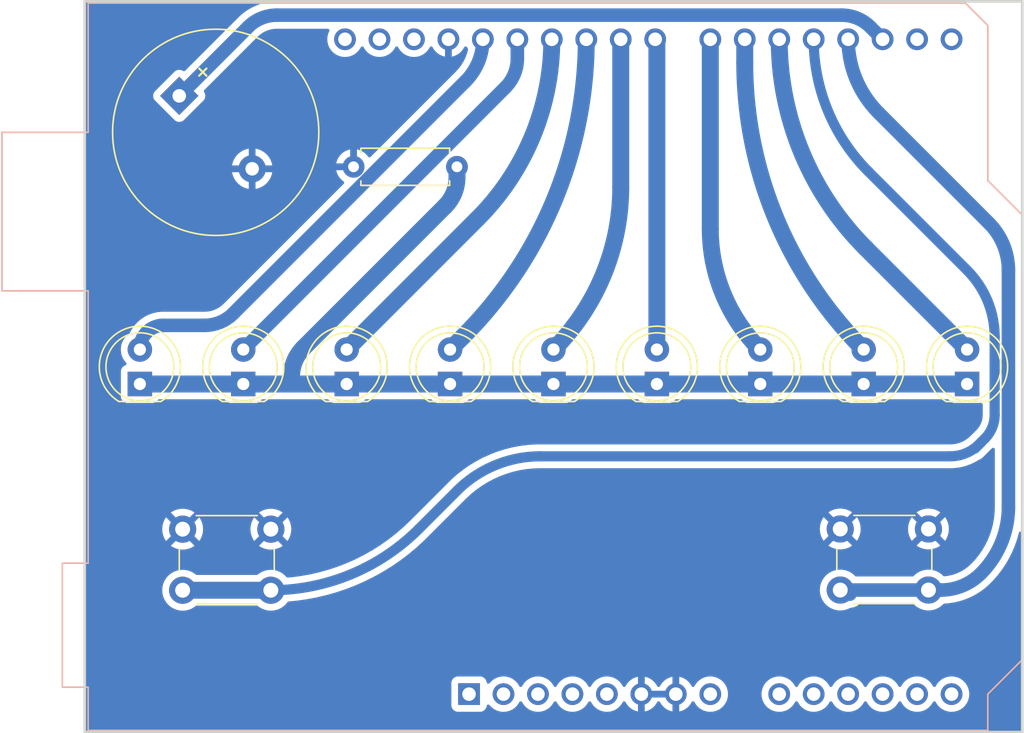
<source format=kicad_pcb>
(kicad_pcb (version 20221018) (generator pcbnew)
  (title_block (title "Arduino LED Pong!") (date "2023-12-18") (rev "1.0") (company "LUCAS MARTIN TRESER") (comment 1 "https://www.tinkercad.com/things/hl14mxpcupM-arduino-led-pong"))
  (layers (0 "F.Cu" signal) (31 "B.Cu" signal) (34 "B.Paste" user) (35 "F.Paste" user) (36 "B.SilkS" user "B.Silkscreen") (37 "F.SilkS" user "F.Silkscreen") (38 "B.Mask" user) (39 "F.Mask" user) (44 "Edge.Cuts" user))
  (net 0 "")
  (net 5 "VDD")
  (net 6 "GND")
  (net 16 "Net-(A1-D2)")
  (net 17 "Net-(A1-D3)")
  (net 18 "Net-(A1-D4)")
  (net 19 "/D5")
  (net 20 "/D6")
  (net 21 "/D7")
  (net 22 "/D8")
  (net 23 "/D9")
  (net 24 "/D10")
  (net 25 "/D11")
  (net 26 "/D12")
  (net 27 "/D13")
  (net 31 "Net-(D1-K)")
  (footprint "LED_THT:LED_D5.0mm" (layer "F.Cu") (at 122.936 96.271 90)
    (fp_text reference "D7" hide)
    (fp_text value "LED" hide)
    (fp_line (start -1.29 -1.545) (end -1.29 1.545) (stroke (width 0.12)) (layer "F.SilkS"))
    (fp_arc (start -1.29 -1.54483) (mid 2.072002 -2.880433) (end 4.26 0.000462) (stroke (width 0.12)) (layer "F.SilkS"))
    (fp_arc (start 4.26 -0.000462) (mid 2.072002 2.880433) (end -1.29 1.54483) (stroke (width 0.12)) (layer "F.SilkS"))
    (fp_circle (center 1.27 0) (end 3.77 0) (stroke (width 0.12)) (fill none) (layer "F.SilkS"))
    (pad "1" thru_hole rect (at 0 0 90) (size 1.8 1.8) (drill 0.9) (layers "*.Cu" "*.Mask") (net 31 "Net-(D1-K)"))
    (pad "2" thru_hole circle (at 2.54 0 90) (size 1.8 1.8) (drill 0.9) (layers "*.Cu" "*.Mask") (net 25 "/D11"))
  )
  (footprint "LED_THT:LED_D5.0mm" (layer "F.Cu") (at 138.176 96.271 90)
    (fp_text reference "D5" hide)
    (fp_text value "LED" hide)
    (fp_line (start -1.29 -1.545) (end -1.29 1.545) (stroke (width 0.12)) (layer "F.SilkS"))
    (fp_arc (start -1.29 -1.54483) (mid 2.072002 -2.880433) (end 4.26 0.000462) (stroke (width 0.12)) (layer "F.SilkS"))
    (fp_arc (start 4.26 -0.000462) (mid 2.072002 2.880433) (end -1.29 1.54483) (stroke (width 0.12)) (layer "F.SilkS"))
    (fp_circle (center 1.27 0) (end 3.77 0) (stroke (width 0.12)) (fill none) (layer "F.SilkS"))
    (pad "1" thru_hole rect (at 0 0 90) (size 1.8 1.8) (drill 0.9) (layers "*.Cu" "*.Mask") (net 31 "Net-(D1-K)"))
    (pad "2" thru_hole circle (at 2.54 0 90) (size 1.8 1.8) (drill 0.9) (layers "*.Cu" "*.Mask") (net 23 "/D9"))
  )
  (footprint "LED_THT:LED_D5.0mm" (layer "F.Cu") (at 168.656 96.271 90)
    (fp_text reference "D1" hide)
    (fp_text value "LED" hide)
    (fp_line (start -1.29 -1.545) (end -1.29 1.545) (stroke (width 0.12)) (layer "F.SilkS"))
    (fp_arc (start -1.29 -1.54483) (mid 2.072002 -2.880433) (end 4.26 0.000462) (stroke (width 0.12)) (layer "F.SilkS"))
    (fp_arc (start 4.26 -0.000462) (mid 2.072002 2.880433) (end -1.29 1.54483) (stroke (width 0.12)) (layer "F.SilkS"))
    (fp_circle (center 1.27 0) (end 3.77 0) (stroke (width 0.12)) (fill none) (layer "F.SilkS"))
    (pad "1" thru_hole rect (at 0 0 90) (size 1.8 1.8) (drill 0.9) (layers "*.Cu" "*.Mask") (net 31 "Net-(D1-K)"))
    (pad "2" thru_hole circle (at 2.54 0 90) (size 1.8 1.8) (drill 0.9) (layers "*.Cu" "*.Mask") (net 19 "/D5"))
  )
  (footprint "LED_THT:LED_D5.0mm" (layer "F.Cu") (at 153.416 96.271 90)
    (fp_text reference "D3" hide)
    (fp_text value "LED" hide)
    (fp_line (start -1.29 -1.545) (end -1.29 1.545) (stroke (width 0.12)) (layer "F.SilkS"))
    (fp_arc (start -1.29 -1.54483) (mid 2.072002 -2.880433) (end 4.26 0.000462) (stroke (width 0.12)) (layer "F.SilkS"))
    (fp_arc (start 4.26 -0.000462) (mid 2.072002 2.880433) (end -1.29 1.54483) (stroke (width 0.12)) (layer "F.SilkS"))
    (fp_circle (center 1.27 0) (end 3.77 0) (stroke (width 0.12)) (fill none) (layer "F.SilkS"))
    (pad "1" thru_hole rect (at 0 0 90) (size 1.8 1.8) (drill 0.9) (layers "*.Cu" "*.Mask") (net 31 "Net-(D1-K)"))
    (pad "2" thru_hole circle (at 2.54 0 90) (size 1.8 1.8) (drill 0.9) (layers "*.Cu" "*.Mask") (net 21 "/D7"))
  )
  (footprint "LED_THT:LED_D5.0mm" (layer "F.Cu") (at 130.556 96.271 90)
    (fp_text reference "D6" hide)
    (fp_text value "LED" hide)
    (fp_line (start -1.29 -1.545) (end -1.29 1.545) (stroke (width 0.12)) (layer "F.SilkS"))
    (fp_arc (start -1.29 -1.54483) (mid 2.072002 -2.880433) (end 4.26 0.000462) (stroke (width 0.12)) (layer "F.SilkS"))
    (fp_arc (start 4.26 -0.000462) (mid 2.072002 2.880433) (end -1.29 1.54483) (stroke (width 0.12)) (layer "F.SilkS"))
    (fp_circle (center 1.27 0) (end 3.77 0) (stroke (width 0.12)) (fill none) (layer "F.SilkS"))
    (pad "1" thru_hole rect (at 0 0 90) (size 1.8 1.8) (drill 0.9) (layers "*.Cu" "*.Mask") (net 31 "Net-(D1-K)"))
    (pad "2" thru_hole circle (at 2.54 0 90) (size 1.8 1.8) (drill 0.9) (layers "*.Cu" "*.Mask") (net 24 "/D10"))
  )
  (footprint "LED_THT:LED_D5.0mm" (layer "F.Cu") (at 107.696 96.271 90)
    (fp_text reference "D9" hide)
    (fp_text value "LED" hide)
    (fp_line (start -1.29 -1.545) (end -1.29 1.545) (stroke (width 0.12)) (layer "F.SilkS"))
    (fp_arc (start -1.29 -1.54483) (mid 2.072002 -2.880433) (end 4.26 0.000462) (stroke (width 0.12)) (layer "F.SilkS"))
    (fp_arc (start 4.26 -0.000462) (mid 2.072002 2.880433) (end -1.29 1.54483) (stroke (width 0.12)) (layer "F.SilkS"))
    (fp_circle (center 1.27 0) (end 3.77 0) (stroke (width 0.12)) (fill none) (layer "F.SilkS"))
    (pad "1" thru_hole rect (at 0 0 90) (size 1.8 1.8) (drill 0.9) (layers "*.Cu" "*.Mask") (net 31 "Net-(D1-K)"))
    (pad "2" thru_hole circle (at 2.54 0 90) (size 1.8 1.8) (drill 0.9) (layers "*.Cu" "*.Mask") (net 27 "/D13"))
  )
  (footprint "Button_Switch_THT:SW_PUSH_6mm" (layer "F.Cu") (at 110.848 106.97)
    (fp_text reference "SW2" hide)
    (fp_text value "SW_Push" hide)
    (fp_line (start -0.25 1.5) (end -0.25 3) (stroke (width 0.12)) (layer "F.SilkS"))
    (fp_line (start 1 5.5) (end 5.5 5.5) (stroke (width 0.12)) (layer "F.SilkS"))
    (fp_line (start 5.5 -1) (end 1 -1) (stroke (width 0.12)) (layer "F.SilkS"))
    (fp_line (start 6.75 3) (end 6.75 1.5) (stroke (width 0.12)) (layer "F.SilkS"))
    (pad "1" thru_hole circle (at 0 0 90) (size 2 2) (drill 1.1) (layers "*.Cu" "*.Mask") (net 6 "GND"))
    (pad "1" thru_hole circle (at 6.5 0 90) (size 2 2) (drill 1.1) (layers "*.Cu" "*.Mask") (net 6 "GND"))
    (pad "2" thru_hole circle (at 0 4.5 90) (size 2 2) (drill 1.1) (layers "*.Cu" "*.Mask") (net 18 "Net-(A1-D4)"))
    (pad "2" thru_hole circle (at 6.5 4.5 90) (size 2 2) (drill 1.1) (layers "*.Cu" "*.Mask") (net 18 "Net-(A1-D4)"))
  )
  (footprint "LED_THT:LED_D5.0mm" (layer "F.Cu") (at 145.796 96.271 90)
    (fp_text reference "D4" hide)
    (fp_text value "LED" hide)
    (fp_line (start -1.29 -1.545) (end -1.29 1.545) (stroke (width 0.12)) (layer "F.SilkS"))
    (fp_arc (start -1.29 -1.54483) (mid 2.072002 -2.880433) (end 4.26 0.000462) (stroke (width 0.12)) (layer "F.SilkS"))
    (fp_arc (start 4.26 -0.000462) (mid 2.072002 2.880433) (end -1.29 1.54483) (stroke (width 0.12)) (layer "F.SilkS"))
    (fp_circle (center 1.27 0) (end 3.77 0) (stroke (width 0.12)) (fill none) (layer "F.SilkS"))
    (pad "1" thru_hole rect (at 0 0 90) (size 1.8 1.8) (drill 0.9) (layers "*.Cu" "*.Mask") (net 31 "Net-(D1-K)"))
    (pad "2" thru_hole circle (at 2.54 0 90) (size 1.8 1.8) (drill 0.9) (layers "*.Cu" "*.Mask") (net 22 "/D8"))
  )
  (footprint "Resistor_THT:R_Axial_DIN0207_L6.3mm_D2.5mm_P7.62mm_Horizontal" (layer "F.Cu") (at 131.064 80.264 180)
    (fp_text reference "R1" hide)
    (fp_text value "100" hide)
    (fp_line (start 0.54 -1.37) (end 7.08 -1.37) (stroke (width 0.12)) (layer "F.SilkS"))
    (fp_line (start 0.54 -1.04) (end 0.54 -1.37) (stroke (width 0.12)) (layer "F.SilkS"))
    (fp_line (start 0.54 1.04) (end 0.54 1.37) (stroke (width 0.12)) (layer "F.SilkS"))
    (fp_line (start 0.54 1.37) (end 7.08 1.37) (stroke (width 0.12)) (layer "F.SilkS"))
    (fp_line (start 7.08 -1.37) (end 7.08 -1.04) (stroke (width 0.12)) (layer "F.SilkS"))
    (fp_line (start 7.08 1.37) (end 7.08 1.04) (stroke (width 0.12)) (layer "F.SilkS"))
    (pad "1" thru_hole circle (at 0 0 180) (size 1.6 1.6) (drill 0.8) (layers "*.Cu" "*.Mask") (net 31 "Net-(D1-K)"))
    (pad "2" thru_hole oval (at 7.62 0 180) (size 1.6 1.6) (drill 0.8) (layers "*.Cu" "*.Mask") (net 6 "GND"))
  )
  (footprint "LED_THT:LED_D5.0mm" (layer "F.Cu") (at 115.316 96.271 90)
    (fp_text reference "D8" hide)
    (fp_text value "LED" hide)
    (fp_line (start -1.29 -1.545) (end -1.29 1.545) (stroke (width 0.12)) (layer "F.SilkS"))
    (fp_arc (start -1.29 -1.54483) (mid 2.072002 -2.880433) (end 4.26 0.000462) (stroke (width 0.12)) (layer "F.SilkS"))
    (fp_arc (start 4.26 -0.000462) (mid 2.072002 2.880433) (end -1.29 1.54483) (stroke (width 0.12)) (layer "F.SilkS"))
    (fp_circle (center 1.27 0) (end 3.77 0) (stroke (width 0.12)) (fill none) (layer "F.SilkS"))
    (pad "1" thru_hole rect (at 0 0 90) (size 1.8 1.8) (drill 0.9) (layers "*.Cu" "*.Mask") (net 31 "Net-(D1-K)"))
    (pad "2" thru_hole circle (at 2.54 0 90) (size 1.8 1.8) (drill 0.9) (layers "*.Cu" "*.Mask") (net 26 "/D12"))
  )
  (footprint "Button_Switch_THT:SW_PUSH_6mm" (layer "F.Cu") (at 159.31 106.9552)
    (fp_text reference "SW1" hide)
    (fp_text value "SW_Push" hide)
    (fp_line (start -0.25 1.5) (end -0.25 3) (stroke (width 0.12)) (layer "F.SilkS"))
    (fp_line (start 1 5.5) (end 5.5 5.5) (stroke (width 0.12)) (layer "F.SilkS"))
    (fp_line (start 5.5 -1) (end 1 -1) (stroke (width 0.12)) (layer "F.SilkS"))
    (fp_line (start 6.75 3) (end 6.75 1.5) (stroke (width 0.12)) (layer "F.SilkS"))
    (pad "1" thru_hole circle (at 0 0 90) (size 2 2) (drill 1.1) (layers "*.Cu" "*.Mask") (net 6 "GND"))
    (pad "1" thru_hole circle (at 6.5 0 90) (size 2 2) (drill 1.1) (layers "*.Cu" "*.Mask") (net 6 "GND"))
    (pad "2" thru_hole circle (at 0 4.5 90) (size 2 2) (drill 1.1) (layers "*.Cu" "*.Mask") (net 17 "Net-(A1-D3)"))
    (pad "2" thru_hole circle (at 6.5 4.5 90) (size 2 2) (drill 1.1) (layers "*.Cu" "*.Mask") (net 17 "Net-(A1-D3)"))
  )
  (footprint "LED_THT:LED_D5.0mm" (layer "F.Cu") (at 161.036 96.271 90)
    (fp_text reference "D2" hide)
    (fp_text value "LED" hide)
    (fp_line (start -1.29 -1.545) (end -1.29 1.545) (stroke (width 0.12)) (layer "F.SilkS"))
    (fp_arc (start -1.29 -1.54483) (mid 2.072002 -2.880433) (end 4.26 0.000462) (stroke (width 0.12)) (layer "F.SilkS"))
    (fp_arc (start 4.26 -0.000462) (mid 2.072002 2.880433) (end -1.29 1.54483) (stroke (width 0.12)) (layer "F.SilkS"))
    (fp_circle (center 1.27 0) (end 3.77 0) (stroke (width 0.12)) (fill none) (layer "F.SilkS"))
    (pad "1" thru_hole rect (at 0 0 90) (size 1.8 1.8) (drill 0.9) (layers "*.Cu" "*.Mask") (net 31 "Net-(D1-K)"))
    (pad "2" thru_hole circle (at 2.54 0 90) (size 1.8 1.8) (drill 0.9) (layers "*.Cu" "*.Mask") (net 20 "/D6"))
  )
  (footprint "Buzzer_Beeper:Buzzer_15x7.5RM7.6" (layer "F.Cu") (at 110.596994 75.036994 -45)
    (fp_text reference "BZ1" hide)
    (fp_text value "Buzzer" hide)
    (fp_text user "+" (at -0.01 -2.54 135) (layer "F.SilkS"))
    (fp_circle (center 3.8 0) (end 11.4 0) (stroke (width 0.12)) (fill none) (layer "F.SilkS"))
    (pad "1" thru_hole rect (at 0 0 315) (size 2 2) (drill 1) (layers "*.Cu" "*.Mask") (net 16 "Net-(A1-D2)"))
    (pad "2" thru_hole circle (at 7.6 0 315) (size 2 2) (drill 1) (layers "*.Cu" "*.Mask") (net 6 "GND"))
  )
  (footprint "Module:Arduino_UNO_R3" (layer "B.Cu") (at 131.953 119.126)
    (fp_text reference "A1" hide)
    (fp_text value "Arduino UNO" hide)
    (fp_line (start -34.42 -41.4) (end -28.07 -41.4) (stroke (width 0.12)) (layer "B.SilkS"))
    (fp_line (start -34.42 -29.72) (end -34.42 -41.4) (stroke (width 0.12)) (layer "B.SilkS"))
    (fp_line (start -29.97 -9.65) (end -28.07 -9.65) (stroke (width 0.12)) (layer "B.SilkS"))
    (fp_line (start -29.97 -0.51) (end -29.97 -9.65) (stroke (width 0.12)) (layer "B.SilkS"))
    (fp_line (start -28.07 -50.93) (end 36.58 -50.93) (stroke (width 0.12)) (layer "B.SilkS"))
    (fp_line (start -28.07 -41.4) (end -28.07 -50.93) (stroke (width 0.12)) (layer "B.SilkS"))
    (fp_line (start -28.07 -29.72) (end -34.42 -29.72) (stroke (width 0.12)) (layer "B.SilkS"))
    (fp_line (start -28.07 -9.65) (end -28.07 -29.72) (stroke (width 0.12)) (layer "B.SilkS"))
    (fp_line (start -28.07 -0.51) (end -29.97 -0.51) (stroke (width 0.12)) (layer "B.SilkS"))
    (fp_line (start -28.07 2.67) (end -28.07 -0.51) (stroke (width 0.12)) (layer "B.SilkS"))
    (fp_line (start 36.58 -50.93) (end 38.23 -49.28) (stroke (width 0.12)) (layer "B.SilkS"))
    (fp_line (start 38.23 -49.28) (end 38.23 -37.85) (stroke (width 0.12)) (layer "B.SilkS"))
    (fp_line (start 38.23 -37.85) (end 40.77 -35.31) (stroke (width 0.12)) (layer "B.SilkS"))
    (fp_line (start 38.23 0) (end 38.23 2.67) (stroke (width 0.12)) (layer "B.SilkS"))
    (fp_line (start 38.23 2.67) (end -28.07 2.67) (stroke (width 0.12)) (layer "B.SilkS"))
    (fp_line (start 40.77 -35.31) (end 40.77 -2.54) (stroke (width 0.12)) (layer "B.SilkS"))
    (fp_line (start 40.77 -2.54) (end 38.23 0) (stroke (width 0.12)) (layer "B.SilkS"))
    (pad "1" thru_hole rect (at 0 0 270) (size 1.6 1.6) (drill 1) (layers "*.Cu" "*.Mask"))
    (pad "2" thru_hole oval (at 2.54 0 270) (size 1.6 1.6) (drill 1) (layers "*.Cu" "*.Mask"))
    (pad "3" thru_hole oval (at 5.08 0 270) (size 1.6 1.6) (drill 1) (layers "*.Cu" "*.Mask"))
    (pad "4" thru_hole oval (at 7.62 0 270) (size 1.6 1.6) (drill 1) (layers "*.Cu" "*.Mask"))
    (pad "5" thru_hole oval (at 10.16 0 270) (size 1.6 1.6) (drill 1) (layers "*.Cu" "*.Mask") (net 5 "VDD"))
    (pad "6" thru_hole oval (at 12.7 0 270) (size 1.6 1.6) (drill 1) (layers "*.Cu" "*.Mask") (net 6 "GND"))
    (pad "7" thru_hole oval (at 15.24 0 270) (size 1.6 1.6) (drill 1) (layers "*.Cu" "*.Mask") (net 6 "GND"))
    (pad "8" thru_hole oval (at 17.78 0 270) (size 1.6 1.6) (drill 1) (layers "*.Cu" "*.Mask"))
    (pad "9" thru_hole oval (at 22.86 0 270) (size 1.6 1.6) (drill 1) (layers "*.Cu" "*.Mask"))
    (pad "10" thru_hole oval (at 25.4 0 270) (size 1.6 1.6) (drill 1) (layers "*.Cu" "*.Mask"))
    (pad "11" thru_hole oval (at 27.94 0 270) (size 1.6 1.6) (drill 1) (layers "*.Cu" "*.Mask"))
    (pad "12" thru_hole oval (at 30.48 0 270) (size 1.6 1.6) (drill 1) (layers "*.Cu" "*.Mask"))
    (pad "13" thru_hole oval (at 33.02 0 270) (size 1.6 1.6) (drill 1) (layers "*.Cu" "*.Mask"))
    (pad "14" thru_hole oval (at 35.56 0 270) (size 1.6 1.6) (drill 1) (layers "*.Cu" "*.Mask"))
    (pad "15" thru_hole oval (at 35.56 -48.26 270) (size 1.6 1.6) (drill 1) (layers "*.Cu" "*.Mask"))
    (pad "16" thru_hole oval (at 33.02 -48.26 270) (size 1.6 1.6) (drill 1) (layers "*.Cu" "*.Mask"))
    (pad "17" thru_hole oval (at 30.48 -48.26 270) (size 1.6 1.6) (drill 1) (layers "*.Cu" "*.Mask") (net 16 "Net-(A1-D2)"))
    (pad "18" thru_hole oval (at 27.94 -48.26 270) (size 1.6 1.6) (drill 1) (layers "*.Cu" "*.Mask") (net 17 "Net-(A1-D3)"))
    (pad "19" thru_hole oval (at 25.4 -48.26 270) (size 1.6 1.6) (drill 1) (layers "*.Cu" "*.Mask") (net 18 "Net-(A1-D4)"))
    (pad "20" thru_hole oval (at 22.86 -48.26 270) (size 1.6 1.6) (drill 1) (layers "*.Cu" "*.Mask") (net 19 "/D5"))
    (pad "21" thru_hole oval (at 20.32 -48.26 270) (size 1.6 1.6) (drill 1) (layers "*.Cu" "*.Mask") (net 20 "/D6"))
    (pad "22" thru_hole oval (at 17.78 -48.26 270) (size 1.6 1.6) (drill 1) (layers "*.Cu" "*.Mask") (net 21 "/D7"))
    (pad "23" thru_hole oval (at 13.72 -48.26 270) (size 1.6 1.6) (drill 1) (layers "*.Cu" "*.Mask") (net 22 "/D8"))
    (pad "24" thru_hole oval (at 11.18 -48.26 270) (size 1.6 1.6) (drill 1) (layers "*.Cu" "*.Mask") (net 23 "/D9"))
    (pad "25" thru_hole oval (at 8.64 -48.26 270) (size 1.6 1.6) (drill 1) (layers "*.Cu" "*.Mask") (net 24 "/D10"))
    (pad "26" thru_hole oval (at 6.1 -48.26 270) (size 1.6 1.6) (drill 1) (layers "*.Cu" "*.Mask") (net 25 "/D11"))
    (pad "27" thru_hole oval (at 3.56 -48.26 270) (size 1.6 1.6) (drill 1) (layers "*.Cu" "*.Mask") (net 26 "/D12"))
    (pad "28" thru_hole oval (at 1.02 -48.26 270) (size 1.6 1.6) (drill 1) (layers "*.Cu" "*.Mask") (net 27 "/D13"))
    (pad "29" thru_hole oval (at -1.52 -48.26 270) (size 1.6 1.6) (drill 1) (layers "*.Cu" "*.Mask") (net 6 "GND"))
    (pad "30" thru_hole oval (at -4.06 -48.26 270) (size 1.6 1.6) (drill 1) (layers "*.Cu" "*.Mask"))
    (pad "31" thru_hole oval (at -6.6 -48.26 270) (size 1.6 1.6) (drill 1) (layers "*.Cu" "*.Mask"))
    (pad "32" thru_hole oval (at -9.14 -48.26 270) (size 1.6 1.6) (drill 1) (layers "*.Cu" "*.Mask"))
  )
  (gr_rect (start 103.632 68.072) (end 172.72 121.92) (stroke (width 0.2)) (fill none) (layer "Edge.Cuts"))
  (segment (start 159.412359 69.088) (end 117.788629 69.088) (width 1) (layer "B.Cu") (net 16))
  (segment (start 115.667308 69.96668) (end 110.596994 75.036994) (width 1) (layer "B.Cu") (net 16))
  (segment (start 162.433 70.866) (end 161.533679 69.966679) (width 1) (layer "B.Cu") (net 16))
  (arc (start 117.788629 69.088) (mid 116.64058 69.316359) (end 115.667308 69.96668) (width 1) (layer "B.Cu") (net 16))
  (arc (start 159.412359 69.088) (mid 160.560409 69.316361) (end 161.533679 69.966679) (width 1) (layer "B.Cu") (net 16))
  (segment (start 159.31 111.4552) (end 159.7152 111.4552) (width 1) (layer "B.Cu") (net 17))
  (segment (start 159.31 111.4552) (end 165.81 111.4552) (width 1) (layer "B.Cu") (net 17))
  (segment (start 165.81 111.4552) (end 166.728591 111.4552) (width 1) (layer "B.Cu") (net 17))
  (segment (start 171.704 105.330319) (end 171.704 87.884) (width 1) (layer "B.Cu") (net 17))
  (segment (start 159.7152 111.4552) (end 160.02 111.76) (width 1) (layer "B.Cu") (net 17))
  (segment (start 162.138064 76.286064) (end 170.267158 84.415158) (width 1) (layer "B.Cu") (net 17))
  (arc (start 170.267158 84.415158) (mid 171.330576 86.006675) (end 171.704 87.884) (width 1) (layer "B.Cu") (net 17))
  (arc (start 169.672 110.236) (mid 171.1759 107.985254) (end 171.704 105.330319) (width 1) (layer "B.Cu") (net 17))
  (arc (start 159.893 70.866) (mid 160.476473 73.799317) (end 162.138064 76.286064) (width 1) (layer "B.Cu") (net 17))
  (arc (start 166.728591 111.4552) (mid 168.321552 111.138341) (end 169.672 110.236) (width 1) (layer "B.Cu") (net 17))
  (segment (start 169.672 100.584) (end 169.242754 101.013246) (width 0.75) (layer "B.Cu") (net 18))
  (segment (start 128.249584 106.954416) (end 131.064 104.14) (width 0.75) (layer "B.Cu") (net 18))
  (segment (start 170.688 92.789681) (end 170.688 98.552) (width 0.75) (layer "B.Cu") (net 18))
  (segment (start 169.96958 100.286421) (end 169.672 100.584) (width 0.75) (layer "B.Cu") (net 18))
  (segment (start 110.848 111.47) (end 117.348 111.47) (width 1.25) (layer "B.Cu") (net 18))
  (segment (start 137.196102 101.6) (end 167.413359 101.6) (width 0.75) (layer "B.Cu") (net 18))
  (segment (start 168.656 87.884) (end 161.394099 80.622099) (width 0.75) (layer "B.Cu") (net 18))
  (arc (start 131.064 104.14) (mid 133.877432 102.260125) (end 137.196102 101.6) (width 0.75) (layer "B.Cu") (net 18))
  (arc (start 167.413359 101.6) (mid 168.561409 101.371639) (end 169.534679 100.721321) (width 0.75) (layer "B.Cu") (net 18))
  (arc (start 170.688 98.552) (mid 170.501289 99.490662) (end 169.96958 100.286421) (width 0.75) (layer "B.Cu") (net 18))
  (arc (start 168.656 87.884) (mid 170.1599 90.134746) (end 170.688 92.789681) (width 0.75) (layer "B.Cu") (net 18))
  (arc (start 161.394099 80.622099) (mid 158.403249 76.145959) (end 157.353 70.866) (width 0.75) (layer "B.Cu") (net 18))
  (arc (start 169.242754 101.013246) (mid 169.191655 101.047389) (end 169.131379 101.059379) (width 0.75) (layer "B.Cu") (net 18))
  (arc (start 117.348 111.47) (mid 123.247895 110.296438) (end 128.249584 106.954416) (width 0.75) (layer "B.Cu") (net 18))
  (segment (start 168.656 93.731) (end 161.192518 86.267518) (width 1.25) (layer "B.Cu") (net 19))
  (arc (start 161.192518 86.267518) (mid 156.470983 79.201242) (end 154.813 70.866) (width 1.25) (layer "B.Cu") (net 19))
  (segment (start 152.273 72.575247) (end 152.273 70.866) (width 1.25) (layer "B.Cu") (net 20))
  (arc (start 161.036 93.731) (mid 154.55043 84.024658) (end 152.273 72.575247) (width 1.25) (layer "B.Cu") (net 20))
  (segment (start 149.733 84.839452) (end 149.733 70.866) (width 1.25) (layer "B.Cu") (net 21))
  (arc (start 153.416 93.731) (mid 150.690181 89.651523) (end 149.733 84.839452) (width 1.25) (layer "B.Cu") (net 21))
  (segment (start 145.796 93.731) (end 145.796 71.162948) (width 1.25) (layer "B.Cu") (net 22))
  (arc (start 145.796 71.162948) (mid 145.764033 71.002241) (end 145.673 70.866) (width 1.25) (layer "B.Cu") (net 22))
  (segment (start 143.133 81.763744) (end 143.133 70.866) (width 1.25) (layer "B.Cu") (net 23))
  (arc (start 138.176 93.731) (mid 141.844718 88.240377) (end 143.133 81.763744) (width 1.25) (layer "B.Cu") (net 23))
  (segment (start 130.556 93.731) (end 131.522234 92.764766) (width 1.25) (layer "B.Cu") (net 24))
  (arc (start 131.522234 92.764766) (mid 138.235585 82.717527) (end 140.593 70.866) (width 1.25) (layer "B.Cu") (net 24))
  (segment (start 122.936 93.731) (end 132.574336 84.092664) (width 1.25) (layer "B.Cu") (net 25))
  (arc (start 132.574336 84.092664) (mid 136.629141 78.024219) (end 138.053 70.866) (width 1.25) (layer "B.Cu") (net 25))
  (segment (start 115.316 93.731) (end 134.634321 74.412679) (width 1) (layer "B.Cu") (net 26))
  (segment (start 135.513 72.291359) (end 135.513 70.866) (width 1) (layer "B.Cu") (net 26))
  (arc (start 135.513 72.291359) (mid 135.284639 73.439409) (end 134.634321 74.412679) (width 1) (layer "B.Cu") (net 26))
  (segment (start 109.43042 91.948) (end 112.461903 91.948) (width 1) (layer "B.Cu") (net 27))
  (segment (start 107.696 93.731) (end 107.696 93.68242) (width 1) (layer "B.Cu") (net 27))
  (segment (start 114.583224 91.06932) (end 131.69063 73.961914) (width 1) (layer "B.Cu") (net 27))
  (arc (start 131.69063 73.961914) (mid 132.639724 72.541498) (end 132.973 70.866) (width 1) (layer "B.Cu") (net 27))
  (arc (start 112.461903 91.948) (mid 113.609954 91.719639) (end 114.583224 91.06932) (width 1) (layer "B.Cu") (net 27))
  (arc (start 108.204 92.456) (mid 108.766686 92.080025) (end 109.43042 91.948) (width 1) (layer "B.Cu") (net 27))
  (arc (start 107.696 93.68242) (mid 107.828025 93.018687) (end 108.204 92.456) (width 1) (layer "B.Cu") (net 27))
  (segment (start 118.872 96.271) (end 107.696 96.271) (width 1.25) (layer "B.Cu") (net 31))
  (segment (start 168.656 96.271) (end 119.888 96.271) (width 1.25) (layer "B.Cu") (net 31))
  (segment (start 119.888 96.271) (end 118.872 96.271) (width 1.25) (layer "B.Cu") (net 31))
  (segment (start 130.18532 83.17468) (end 119.750679 93.609321) (width 1.25) (layer "B.Cu") (net 31))
  (segment (start 119.888 96.271) (end 119.888 96.271673) (width 1.25) (layer "B.Cu") (net 31))
  (segment (start 118.872 95.730641) (end 118.872 96.271) (width 1.25) (layer "B.Cu") (net 31))
  (segment (start 131.064 80.264) (end 131.064 81.053359) (width 1.25) (layer "B.Cu") (net 31))
  (arc (start 130.18532 83.17468) (mid 130.835639 82.20141) (end 131.064 81.053359) (width 1.25) (layer "B.Cu") (net 31))
  (arc (start 119.750679 93.609321) (mid 119.100361 94.582591) (end 118.872 95.730641) (width 1.25) (layer "B.Cu") (net 31))
  (zone (net 6) (net_name "GND") (layer "B.Cu") (name "GND") (connect_pads (clearance 0.5)) (min_thickness 0.25) (fill yes (thermal_gap 0.5) (thermal_bridge_width 0.5) (smoothing fillet))
    (polygon (pts (xy 103.632 68.072) (xy 172.72 68.072) (xy 172.72 121.92) (xy 103.632 121.92)))
  )
)
</source>
